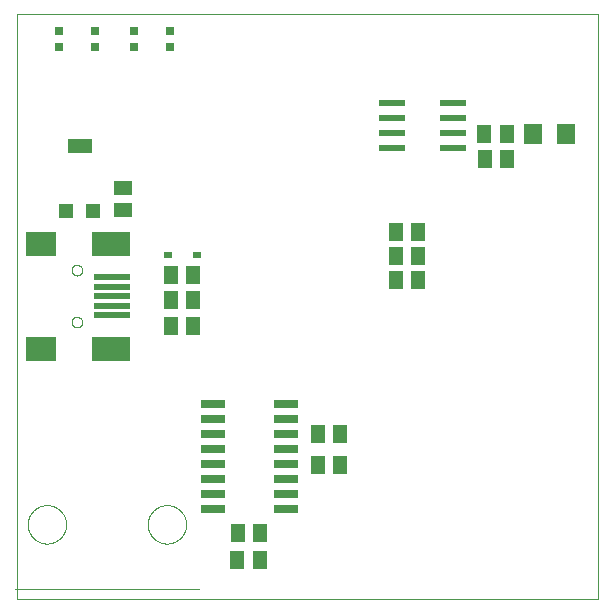
<source format=gtp>
G75*
%MOIN*%
%OFA0B0*%
%FSLAX25Y25*%
%IPPOS*%
%LPD*%
%AMOC8*
5,1,8,0,0,1.08239X$1,22.5*
%
%ADD10C,0.00000*%
%ADD11R,0.05118X0.05906*%
%ADD12R,0.03150X0.02362*%
%ADD13R,0.08661X0.02362*%
%ADD14R,0.08000X0.02600*%
%ADD15C,0.00039*%
%ADD16R,0.03150X0.02953*%
%ADD17R,0.06299X0.05118*%
%ADD18R,0.05118X0.05118*%
%ADD19R,0.07874X0.05118*%
%ADD20R,0.09843X0.07874*%
%ADD21R,0.12992X0.07874*%
%ADD22R,0.12205X0.01969*%
%ADD23R,0.06299X0.07087*%
D10*
X0031644Y0065933D02*
X0031644Y0260894D01*
X0225345Y0260894D01*
X0225345Y0065933D01*
X0031644Y0065933D01*
X0035244Y0090933D02*
X0035246Y0091093D01*
X0035252Y0091252D01*
X0035262Y0091411D01*
X0035276Y0091570D01*
X0035294Y0091729D01*
X0035315Y0091887D01*
X0035341Y0092044D01*
X0035371Y0092201D01*
X0035404Y0092357D01*
X0035442Y0092512D01*
X0035483Y0092666D01*
X0035528Y0092819D01*
X0035577Y0092971D01*
X0035630Y0093122D01*
X0035686Y0093271D01*
X0035747Y0093419D01*
X0035810Y0093565D01*
X0035878Y0093710D01*
X0035949Y0093853D01*
X0036023Y0093994D01*
X0036101Y0094133D01*
X0036183Y0094270D01*
X0036268Y0094405D01*
X0036356Y0094538D01*
X0036448Y0094669D01*
X0036542Y0094797D01*
X0036640Y0094923D01*
X0036741Y0095047D01*
X0036845Y0095168D01*
X0036952Y0095286D01*
X0037062Y0095402D01*
X0037175Y0095515D01*
X0037291Y0095625D01*
X0037409Y0095732D01*
X0037530Y0095836D01*
X0037654Y0095937D01*
X0037780Y0096035D01*
X0037908Y0096129D01*
X0038039Y0096221D01*
X0038172Y0096309D01*
X0038307Y0096394D01*
X0038444Y0096476D01*
X0038583Y0096554D01*
X0038724Y0096628D01*
X0038867Y0096699D01*
X0039012Y0096767D01*
X0039158Y0096830D01*
X0039306Y0096891D01*
X0039455Y0096947D01*
X0039606Y0097000D01*
X0039758Y0097049D01*
X0039911Y0097094D01*
X0040065Y0097135D01*
X0040220Y0097173D01*
X0040376Y0097206D01*
X0040533Y0097236D01*
X0040690Y0097262D01*
X0040848Y0097283D01*
X0041007Y0097301D01*
X0041166Y0097315D01*
X0041325Y0097325D01*
X0041484Y0097331D01*
X0041644Y0097333D01*
X0041804Y0097331D01*
X0041963Y0097325D01*
X0042122Y0097315D01*
X0042281Y0097301D01*
X0042440Y0097283D01*
X0042598Y0097262D01*
X0042755Y0097236D01*
X0042912Y0097206D01*
X0043068Y0097173D01*
X0043223Y0097135D01*
X0043377Y0097094D01*
X0043530Y0097049D01*
X0043682Y0097000D01*
X0043833Y0096947D01*
X0043982Y0096891D01*
X0044130Y0096830D01*
X0044276Y0096767D01*
X0044421Y0096699D01*
X0044564Y0096628D01*
X0044705Y0096554D01*
X0044844Y0096476D01*
X0044981Y0096394D01*
X0045116Y0096309D01*
X0045249Y0096221D01*
X0045380Y0096129D01*
X0045508Y0096035D01*
X0045634Y0095937D01*
X0045758Y0095836D01*
X0045879Y0095732D01*
X0045997Y0095625D01*
X0046113Y0095515D01*
X0046226Y0095402D01*
X0046336Y0095286D01*
X0046443Y0095168D01*
X0046547Y0095047D01*
X0046648Y0094923D01*
X0046746Y0094797D01*
X0046840Y0094669D01*
X0046932Y0094538D01*
X0047020Y0094405D01*
X0047105Y0094270D01*
X0047187Y0094133D01*
X0047265Y0093994D01*
X0047339Y0093853D01*
X0047410Y0093710D01*
X0047478Y0093565D01*
X0047541Y0093419D01*
X0047602Y0093271D01*
X0047658Y0093122D01*
X0047711Y0092971D01*
X0047760Y0092819D01*
X0047805Y0092666D01*
X0047846Y0092512D01*
X0047884Y0092357D01*
X0047917Y0092201D01*
X0047947Y0092044D01*
X0047973Y0091887D01*
X0047994Y0091729D01*
X0048012Y0091570D01*
X0048026Y0091411D01*
X0048036Y0091252D01*
X0048042Y0091093D01*
X0048044Y0090933D01*
X0048042Y0090773D01*
X0048036Y0090614D01*
X0048026Y0090455D01*
X0048012Y0090296D01*
X0047994Y0090137D01*
X0047973Y0089979D01*
X0047947Y0089822D01*
X0047917Y0089665D01*
X0047884Y0089509D01*
X0047846Y0089354D01*
X0047805Y0089200D01*
X0047760Y0089047D01*
X0047711Y0088895D01*
X0047658Y0088744D01*
X0047602Y0088595D01*
X0047541Y0088447D01*
X0047478Y0088301D01*
X0047410Y0088156D01*
X0047339Y0088013D01*
X0047265Y0087872D01*
X0047187Y0087733D01*
X0047105Y0087596D01*
X0047020Y0087461D01*
X0046932Y0087328D01*
X0046840Y0087197D01*
X0046746Y0087069D01*
X0046648Y0086943D01*
X0046547Y0086819D01*
X0046443Y0086698D01*
X0046336Y0086580D01*
X0046226Y0086464D01*
X0046113Y0086351D01*
X0045997Y0086241D01*
X0045879Y0086134D01*
X0045758Y0086030D01*
X0045634Y0085929D01*
X0045508Y0085831D01*
X0045380Y0085737D01*
X0045249Y0085645D01*
X0045116Y0085557D01*
X0044981Y0085472D01*
X0044844Y0085390D01*
X0044705Y0085312D01*
X0044564Y0085238D01*
X0044421Y0085167D01*
X0044276Y0085099D01*
X0044130Y0085036D01*
X0043982Y0084975D01*
X0043833Y0084919D01*
X0043682Y0084866D01*
X0043530Y0084817D01*
X0043377Y0084772D01*
X0043223Y0084731D01*
X0043068Y0084693D01*
X0042912Y0084660D01*
X0042755Y0084630D01*
X0042598Y0084604D01*
X0042440Y0084583D01*
X0042281Y0084565D01*
X0042122Y0084551D01*
X0041963Y0084541D01*
X0041804Y0084535D01*
X0041644Y0084533D01*
X0041484Y0084535D01*
X0041325Y0084541D01*
X0041166Y0084551D01*
X0041007Y0084565D01*
X0040848Y0084583D01*
X0040690Y0084604D01*
X0040533Y0084630D01*
X0040376Y0084660D01*
X0040220Y0084693D01*
X0040065Y0084731D01*
X0039911Y0084772D01*
X0039758Y0084817D01*
X0039606Y0084866D01*
X0039455Y0084919D01*
X0039306Y0084975D01*
X0039158Y0085036D01*
X0039012Y0085099D01*
X0038867Y0085167D01*
X0038724Y0085238D01*
X0038583Y0085312D01*
X0038444Y0085390D01*
X0038307Y0085472D01*
X0038172Y0085557D01*
X0038039Y0085645D01*
X0037908Y0085737D01*
X0037780Y0085831D01*
X0037654Y0085929D01*
X0037530Y0086030D01*
X0037409Y0086134D01*
X0037291Y0086241D01*
X0037175Y0086351D01*
X0037062Y0086464D01*
X0036952Y0086580D01*
X0036845Y0086698D01*
X0036741Y0086819D01*
X0036640Y0086943D01*
X0036542Y0087069D01*
X0036448Y0087197D01*
X0036356Y0087328D01*
X0036268Y0087461D01*
X0036183Y0087596D01*
X0036101Y0087733D01*
X0036023Y0087872D01*
X0035949Y0088013D01*
X0035878Y0088156D01*
X0035810Y0088301D01*
X0035747Y0088447D01*
X0035686Y0088595D01*
X0035630Y0088744D01*
X0035577Y0088895D01*
X0035528Y0089047D01*
X0035483Y0089200D01*
X0035442Y0089354D01*
X0035404Y0089509D01*
X0035371Y0089665D01*
X0035341Y0089822D01*
X0035315Y0089979D01*
X0035294Y0090137D01*
X0035276Y0090296D01*
X0035262Y0090455D01*
X0035252Y0090614D01*
X0035246Y0090773D01*
X0035244Y0090933D01*
X0075244Y0090933D02*
X0075246Y0091093D01*
X0075252Y0091252D01*
X0075262Y0091411D01*
X0075276Y0091570D01*
X0075294Y0091729D01*
X0075315Y0091887D01*
X0075341Y0092044D01*
X0075371Y0092201D01*
X0075404Y0092357D01*
X0075442Y0092512D01*
X0075483Y0092666D01*
X0075528Y0092819D01*
X0075577Y0092971D01*
X0075630Y0093122D01*
X0075686Y0093271D01*
X0075747Y0093419D01*
X0075810Y0093565D01*
X0075878Y0093710D01*
X0075949Y0093853D01*
X0076023Y0093994D01*
X0076101Y0094133D01*
X0076183Y0094270D01*
X0076268Y0094405D01*
X0076356Y0094538D01*
X0076448Y0094669D01*
X0076542Y0094797D01*
X0076640Y0094923D01*
X0076741Y0095047D01*
X0076845Y0095168D01*
X0076952Y0095286D01*
X0077062Y0095402D01*
X0077175Y0095515D01*
X0077291Y0095625D01*
X0077409Y0095732D01*
X0077530Y0095836D01*
X0077654Y0095937D01*
X0077780Y0096035D01*
X0077908Y0096129D01*
X0078039Y0096221D01*
X0078172Y0096309D01*
X0078307Y0096394D01*
X0078444Y0096476D01*
X0078583Y0096554D01*
X0078724Y0096628D01*
X0078867Y0096699D01*
X0079012Y0096767D01*
X0079158Y0096830D01*
X0079306Y0096891D01*
X0079455Y0096947D01*
X0079606Y0097000D01*
X0079758Y0097049D01*
X0079911Y0097094D01*
X0080065Y0097135D01*
X0080220Y0097173D01*
X0080376Y0097206D01*
X0080533Y0097236D01*
X0080690Y0097262D01*
X0080848Y0097283D01*
X0081007Y0097301D01*
X0081166Y0097315D01*
X0081325Y0097325D01*
X0081484Y0097331D01*
X0081644Y0097333D01*
X0081804Y0097331D01*
X0081963Y0097325D01*
X0082122Y0097315D01*
X0082281Y0097301D01*
X0082440Y0097283D01*
X0082598Y0097262D01*
X0082755Y0097236D01*
X0082912Y0097206D01*
X0083068Y0097173D01*
X0083223Y0097135D01*
X0083377Y0097094D01*
X0083530Y0097049D01*
X0083682Y0097000D01*
X0083833Y0096947D01*
X0083982Y0096891D01*
X0084130Y0096830D01*
X0084276Y0096767D01*
X0084421Y0096699D01*
X0084564Y0096628D01*
X0084705Y0096554D01*
X0084844Y0096476D01*
X0084981Y0096394D01*
X0085116Y0096309D01*
X0085249Y0096221D01*
X0085380Y0096129D01*
X0085508Y0096035D01*
X0085634Y0095937D01*
X0085758Y0095836D01*
X0085879Y0095732D01*
X0085997Y0095625D01*
X0086113Y0095515D01*
X0086226Y0095402D01*
X0086336Y0095286D01*
X0086443Y0095168D01*
X0086547Y0095047D01*
X0086648Y0094923D01*
X0086746Y0094797D01*
X0086840Y0094669D01*
X0086932Y0094538D01*
X0087020Y0094405D01*
X0087105Y0094270D01*
X0087187Y0094133D01*
X0087265Y0093994D01*
X0087339Y0093853D01*
X0087410Y0093710D01*
X0087478Y0093565D01*
X0087541Y0093419D01*
X0087602Y0093271D01*
X0087658Y0093122D01*
X0087711Y0092971D01*
X0087760Y0092819D01*
X0087805Y0092666D01*
X0087846Y0092512D01*
X0087884Y0092357D01*
X0087917Y0092201D01*
X0087947Y0092044D01*
X0087973Y0091887D01*
X0087994Y0091729D01*
X0088012Y0091570D01*
X0088026Y0091411D01*
X0088036Y0091252D01*
X0088042Y0091093D01*
X0088044Y0090933D01*
X0088042Y0090773D01*
X0088036Y0090614D01*
X0088026Y0090455D01*
X0088012Y0090296D01*
X0087994Y0090137D01*
X0087973Y0089979D01*
X0087947Y0089822D01*
X0087917Y0089665D01*
X0087884Y0089509D01*
X0087846Y0089354D01*
X0087805Y0089200D01*
X0087760Y0089047D01*
X0087711Y0088895D01*
X0087658Y0088744D01*
X0087602Y0088595D01*
X0087541Y0088447D01*
X0087478Y0088301D01*
X0087410Y0088156D01*
X0087339Y0088013D01*
X0087265Y0087872D01*
X0087187Y0087733D01*
X0087105Y0087596D01*
X0087020Y0087461D01*
X0086932Y0087328D01*
X0086840Y0087197D01*
X0086746Y0087069D01*
X0086648Y0086943D01*
X0086547Y0086819D01*
X0086443Y0086698D01*
X0086336Y0086580D01*
X0086226Y0086464D01*
X0086113Y0086351D01*
X0085997Y0086241D01*
X0085879Y0086134D01*
X0085758Y0086030D01*
X0085634Y0085929D01*
X0085508Y0085831D01*
X0085380Y0085737D01*
X0085249Y0085645D01*
X0085116Y0085557D01*
X0084981Y0085472D01*
X0084844Y0085390D01*
X0084705Y0085312D01*
X0084564Y0085238D01*
X0084421Y0085167D01*
X0084276Y0085099D01*
X0084130Y0085036D01*
X0083982Y0084975D01*
X0083833Y0084919D01*
X0083682Y0084866D01*
X0083530Y0084817D01*
X0083377Y0084772D01*
X0083223Y0084731D01*
X0083068Y0084693D01*
X0082912Y0084660D01*
X0082755Y0084630D01*
X0082598Y0084604D01*
X0082440Y0084583D01*
X0082281Y0084565D01*
X0082122Y0084551D01*
X0081963Y0084541D01*
X0081804Y0084535D01*
X0081644Y0084533D01*
X0081484Y0084535D01*
X0081325Y0084541D01*
X0081166Y0084551D01*
X0081007Y0084565D01*
X0080848Y0084583D01*
X0080690Y0084604D01*
X0080533Y0084630D01*
X0080376Y0084660D01*
X0080220Y0084693D01*
X0080065Y0084731D01*
X0079911Y0084772D01*
X0079758Y0084817D01*
X0079606Y0084866D01*
X0079455Y0084919D01*
X0079306Y0084975D01*
X0079158Y0085036D01*
X0079012Y0085099D01*
X0078867Y0085167D01*
X0078724Y0085238D01*
X0078583Y0085312D01*
X0078444Y0085390D01*
X0078307Y0085472D01*
X0078172Y0085557D01*
X0078039Y0085645D01*
X0077908Y0085737D01*
X0077780Y0085831D01*
X0077654Y0085929D01*
X0077530Y0086030D01*
X0077409Y0086134D01*
X0077291Y0086241D01*
X0077175Y0086351D01*
X0077062Y0086464D01*
X0076952Y0086580D01*
X0076845Y0086698D01*
X0076741Y0086819D01*
X0076640Y0086943D01*
X0076542Y0087069D01*
X0076448Y0087197D01*
X0076356Y0087328D01*
X0076268Y0087461D01*
X0076183Y0087596D01*
X0076101Y0087733D01*
X0076023Y0087872D01*
X0075949Y0088013D01*
X0075878Y0088156D01*
X0075810Y0088301D01*
X0075747Y0088447D01*
X0075686Y0088595D01*
X0075630Y0088744D01*
X0075577Y0088895D01*
X0075528Y0089047D01*
X0075483Y0089200D01*
X0075442Y0089354D01*
X0075404Y0089509D01*
X0075371Y0089665D01*
X0075341Y0089822D01*
X0075315Y0089979D01*
X0075294Y0090137D01*
X0075276Y0090296D01*
X0075262Y0090455D01*
X0075252Y0090614D01*
X0075246Y0090773D01*
X0075244Y0090933D01*
X0049872Y0158335D02*
X0049874Y0158419D01*
X0049880Y0158502D01*
X0049890Y0158585D01*
X0049904Y0158668D01*
X0049921Y0158750D01*
X0049943Y0158831D01*
X0049968Y0158910D01*
X0049997Y0158989D01*
X0050030Y0159066D01*
X0050066Y0159141D01*
X0050106Y0159215D01*
X0050149Y0159287D01*
X0050196Y0159356D01*
X0050246Y0159423D01*
X0050299Y0159488D01*
X0050355Y0159550D01*
X0050413Y0159610D01*
X0050475Y0159667D01*
X0050539Y0159720D01*
X0050606Y0159771D01*
X0050675Y0159818D01*
X0050746Y0159863D01*
X0050819Y0159903D01*
X0050894Y0159940D01*
X0050971Y0159974D01*
X0051049Y0160004D01*
X0051128Y0160030D01*
X0051209Y0160053D01*
X0051291Y0160071D01*
X0051373Y0160086D01*
X0051456Y0160097D01*
X0051539Y0160104D01*
X0051623Y0160107D01*
X0051707Y0160106D01*
X0051790Y0160101D01*
X0051874Y0160092D01*
X0051956Y0160079D01*
X0052038Y0160063D01*
X0052119Y0160042D01*
X0052200Y0160018D01*
X0052278Y0159990D01*
X0052356Y0159958D01*
X0052432Y0159922D01*
X0052506Y0159883D01*
X0052578Y0159841D01*
X0052648Y0159795D01*
X0052716Y0159746D01*
X0052781Y0159694D01*
X0052844Y0159639D01*
X0052904Y0159581D01*
X0052962Y0159520D01*
X0053016Y0159456D01*
X0053068Y0159390D01*
X0053116Y0159322D01*
X0053161Y0159251D01*
X0053202Y0159178D01*
X0053241Y0159104D01*
X0053275Y0159028D01*
X0053306Y0158950D01*
X0053333Y0158871D01*
X0053357Y0158790D01*
X0053376Y0158709D01*
X0053392Y0158627D01*
X0053404Y0158544D01*
X0053412Y0158460D01*
X0053416Y0158377D01*
X0053416Y0158293D01*
X0053412Y0158210D01*
X0053404Y0158126D01*
X0053392Y0158043D01*
X0053376Y0157961D01*
X0053357Y0157880D01*
X0053333Y0157799D01*
X0053306Y0157720D01*
X0053275Y0157642D01*
X0053241Y0157566D01*
X0053202Y0157492D01*
X0053161Y0157419D01*
X0053116Y0157348D01*
X0053068Y0157280D01*
X0053016Y0157214D01*
X0052962Y0157150D01*
X0052904Y0157089D01*
X0052844Y0157031D01*
X0052781Y0156976D01*
X0052716Y0156924D01*
X0052648Y0156875D01*
X0052578Y0156829D01*
X0052506Y0156787D01*
X0052432Y0156748D01*
X0052356Y0156712D01*
X0052278Y0156680D01*
X0052200Y0156652D01*
X0052119Y0156628D01*
X0052038Y0156607D01*
X0051956Y0156591D01*
X0051874Y0156578D01*
X0051790Y0156569D01*
X0051707Y0156564D01*
X0051623Y0156563D01*
X0051539Y0156566D01*
X0051456Y0156573D01*
X0051373Y0156584D01*
X0051291Y0156599D01*
X0051209Y0156617D01*
X0051128Y0156640D01*
X0051049Y0156666D01*
X0050971Y0156696D01*
X0050894Y0156730D01*
X0050819Y0156767D01*
X0050746Y0156807D01*
X0050675Y0156852D01*
X0050606Y0156899D01*
X0050539Y0156950D01*
X0050475Y0157003D01*
X0050413Y0157060D01*
X0050355Y0157120D01*
X0050299Y0157182D01*
X0050246Y0157247D01*
X0050196Y0157314D01*
X0050149Y0157383D01*
X0050106Y0157455D01*
X0050066Y0157529D01*
X0050030Y0157604D01*
X0049997Y0157681D01*
X0049968Y0157760D01*
X0049943Y0157839D01*
X0049921Y0157920D01*
X0049904Y0158002D01*
X0049890Y0158085D01*
X0049880Y0158168D01*
X0049874Y0158251D01*
X0049872Y0158335D01*
X0049872Y0175657D02*
X0049874Y0175741D01*
X0049880Y0175824D01*
X0049890Y0175907D01*
X0049904Y0175990D01*
X0049921Y0176072D01*
X0049943Y0176153D01*
X0049968Y0176232D01*
X0049997Y0176311D01*
X0050030Y0176388D01*
X0050066Y0176463D01*
X0050106Y0176537D01*
X0050149Y0176609D01*
X0050196Y0176678D01*
X0050246Y0176745D01*
X0050299Y0176810D01*
X0050355Y0176872D01*
X0050413Y0176932D01*
X0050475Y0176989D01*
X0050539Y0177042D01*
X0050606Y0177093D01*
X0050675Y0177140D01*
X0050746Y0177185D01*
X0050819Y0177225D01*
X0050894Y0177262D01*
X0050971Y0177296D01*
X0051049Y0177326D01*
X0051128Y0177352D01*
X0051209Y0177375D01*
X0051291Y0177393D01*
X0051373Y0177408D01*
X0051456Y0177419D01*
X0051539Y0177426D01*
X0051623Y0177429D01*
X0051707Y0177428D01*
X0051790Y0177423D01*
X0051874Y0177414D01*
X0051956Y0177401D01*
X0052038Y0177385D01*
X0052119Y0177364D01*
X0052200Y0177340D01*
X0052278Y0177312D01*
X0052356Y0177280D01*
X0052432Y0177244D01*
X0052506Y0177205D01*
X0052578Y0177163D01*
X0052648Y0177117D01*
X0052716Y0177068D01*
X0052781Y0177016D01*
X0052844Y0176961D01*
X0052904Y0176903D01*
X0052962Y0176842D01*
X0053016Y0176778D01*
X0053068Y0176712D01*
X0053116Y0176644D01*
X0053161Y0176573D01*
X0053202Y0176500D01*
X0053241Y0176426D01*
X0053275Y0176350D01*
X0053306Y0176272D01*
X0053333Y0176193D01*
X0053357Y0176112D01*
X0053376Y0176031D01*
X0053392Y0175949D01*
X0053404Y0175866D01*
X0053412Y0175782D01*
X0053416Y0175699D01*
X0053416Y0175615D01*
X0053412Y0175532D01*
X0053404Y0175448D01*
X0053392Y0175365D01*
X0053376Y0175283D01*
X0053357Y0175202D01*
X0053333Y0175121D01*
X0053306Y0175042D01*
X0053275Y0174964D01*
X0053241Y0174888D01*
X0053202Y0174814D01*
X0053161Y0174741D01*
X0053116Y0174670D01*
X0053068Y0174602D01*
X0053016Y0174536D01*
X0052962Y0174472D01*
X0052904Y0174411D01*
X0052844Y0174353D01*
X0052781Y0174298D01*
X0052716Y0174246D01*
X0052648Y0174197D01*
X0052578Y0174151D01*
X0052506Y0174109D01*
X0052432Y0174070D01*
X0052356Y0174034D01*
X0052278Y0174002D01*
X0052200Y0173974D01*
X0052119Y0173950D01*
X0052038Y0173929D01*
X0051956Y0173913D01*
X0051874Y0173900D01*
X0051790Y0173891D01*
X0051707Y0173886D01*
X0051623Y0173885D01*
X0051539Y0173888D01*
X0051456Y0173895D01*
X0051373Y0173906D01*
X0051291Y0173921D01*
X0051209Y0173939D01*
X0051128Y0173962D01*
X0051049Y0173988D01*
X0050971Y0174018D01*
X0050894Y0174052D01*
X0050819Y0174089D01*
X0050746Y0174129D01*
X0050675Y0174174D01*
X0050606Y0174221D01*
X0050539Y0174272D01*
X0050475Y0174325D01*
X0050413Y0174382D01*
X0050355Y0174442D01*
X0050299Y0174504D01*
X0050246Y0174569D01*
X0050196Y0174636D01*
X0050149Y0174705D01*
X0050106Y0174777D01*
X0050066Y0174851D01*
X0050030Y0174926D01*
X0049997Y0175003D01*
X0049968Y0175082D01*
X0049943Y0175161D01*
X0049921Y0175242D01*
X0049904Y0175324D01*
X0049890Y0175407D01*
X0049880Y0175490D01*
X0049874Y0175573D01*
X0049872Y0175657D01*
D11*
X0082904Y0173925D03*
X0090384Y0173925D03*
X0090384Y0165618D03*
X0082904Y0165618D03*
X0082904Y0157173D03*
X0090384Y0157173D03*
X0131978Y0120992D03*
X0139459Y0120992D03*
X0139459Y0110579D03*
X0131978Y0110579D03*
X0112707Y0088020D03*
X0105226Y0088020D03*
X0105108Y0079161D03*
X0112589Y0079161D03*
X0157904Y0172449D03*
X0165384Y0172449D03*
X0165384Y0180441D03*
X0157904Y0180441D03*
X0157904Y0188433D03*
X0165384Y0188433D03*
X0187549Y0212862D03*
X0195030Y0212862D03*
X0194912Y0220972D03*
X0187431Y0220972D03*
D12*
X0091801Y0180854D03*
X0081959Y0180854D03*
D13*
X0156703Y0216346D03*
X0156703Y0221346D03*
X0156703Y0226346D03*
X0156703Y0231346D03*
X0177175Y0231346D03*
X0177175Y0226346D03*
X0177175Y0221346D03*
X0177175Y0216346D03*
D14*
X0121244Y0130933D03*
X0121244Y0125933D03*
X0121244Y0120933D03*
X0121244Y0115933D03*
X0121244Y0110933D03*
X0121244Y0105933D03*
X0121244Y0100933D03*
X0121244Y0095933D03*
X0097044Y0095933D03*
X0097044Y0100933D03*
X0097044Y0105933D03*
X0097044Y0110933D03*
X0097044Y0115933D03*
X0097044Y0120933D03*
X0097044Y0125933D03*
X0097044Y0130933D03*
D15*
X0092394Y0069240D02*
X0030894Y0069240D01*
D16*
X0045738Y0249988D03*
X0045738Y0255500D03*
X0057549Y0255500D03*
X0057549Y0249988D03*
X0070738Y0249988D03*
X0070738Y0255500D03*
X0082549Y0255500D03*
X0082549Y0249988D03*
D17*
X0066900Y0203118D03*
X0066900Y0195638D03*
D18*
X0057156Y0195539D03*
X0048100Y0195539D03*
D19*
X0052628Y0217193D03*
D20*
X0039833Y0184516D03*
X0039833Y0149476D03*
D21*
X0063061Y0149476D03*
X0063061Y0184516D03*
D22*
X0063455Y0173295D03*
X0063455Y0170146D03*
X0063455Y0166996D03*
X0063455Y0163846D03*
X0063455Y0160697D03*
D23*
X0203632Y0220933D03*
X0214656Y0220933D03*
M02*

</source>
